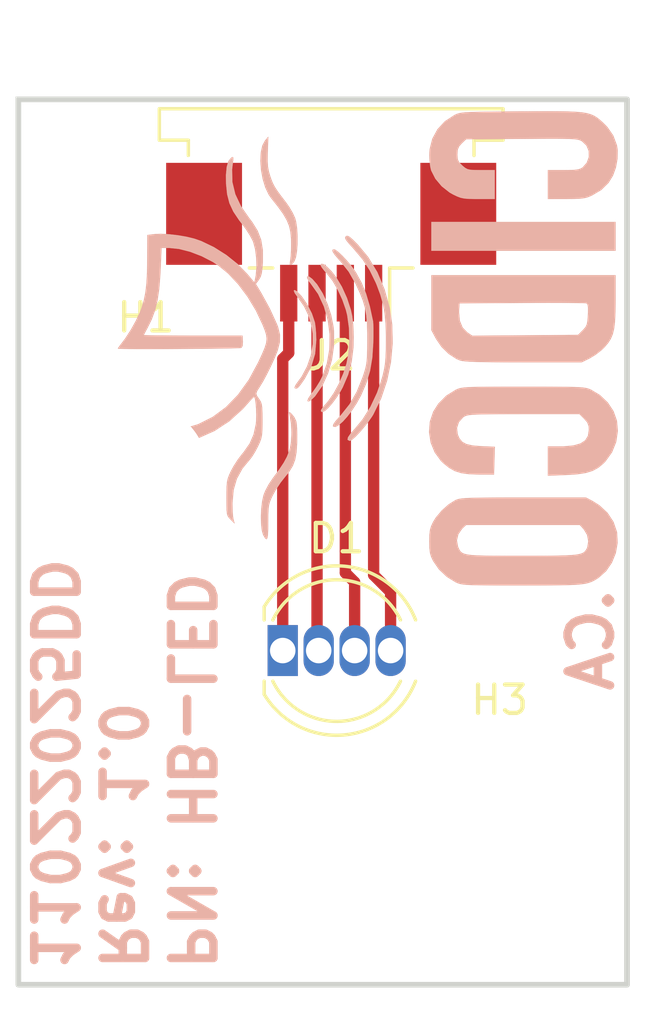
<source format=kicad_pcb>
(kicad_pcb (version 20240108) (generator "pcbnew") (generator_version "8.0")
  (layers (0 "F.Cu" signal) (31 "B.Cu" signal) (34 "B.Paste" user) (35 "F.Paste" user) (36 "B.SilkS" user "B.Silkscreen") (37 "F.SilkS" user "F.Silkscreen") (38 "B.Mask" user) (39 "F.Mask" user) (44 "Edge.Cuts" user))
  (net 0 "")
  (net 2 "Net-(D1-A)")
  (net 3 "Net-(D1-RK)")
  (net 4 "Net-(D1-BK)")
  (net 5 "Net-(D1-GK)")
  (footprint "LED_THT:LED_D5.0mm-4_RGB" (layer "F.Cu") (at 98.338551 99.954948)
    (property "Reference" "D1" (at 1.905 -3.96 0) (layer "F.SilkS"))
    (property "Value" "LED_ABGR")
    (fp_line (start -0.655 -1.545) (end -0.655 -1.08) (stroke (width 0.12)) (layer "F.SilkS"))
    (fp_line (start -0.655 1.08) (end -0.655 1.545) (stroke (width 0.12)) (layer "F.SilkS"))
    (fp_arc (start -0.655 -1.54483) (mid 2.163456 -2.978809) (end 4.692815 -1.080827) (stroke (width 0.12)) (layer "F.SilkS"))
    (fp_arc (start -0.349684 -1.08) (mid 1.904762 -2.5) (end 4.159479 -1.080429) (stroke (width 0.12)) (layer "F.SilkS"))
    (fp_arc (start 4.159479 1.080429) (mid 1.904762 2.5) (end -0.349684 1.08) (stroke (width 0.12)) (layer "F.SilkS"))
    (fp_arc (start 4.692815 1.080827) (mid 2.163456 2.978808) (end -0.655 1.54483) (stroke (width 0.12)) (layer "F.SilkS"))
    (pad "1" thru_hole rect (at 0 0) (size 1.07 1.8) (drill 0.9) (layers "*.Cu" "*.Mask") (net 2 "Net-(D1-A)"))
    (pad "2" thru_hole oval (at 1.27 0) (size 1.07 1.8) (drill 0.9) (layers "*.Cu" "*.Mask") (net 4 "Net-(D1-BK)"))
    (pad "3" thru_hole oval (at 2.54 0) (size 1.07 1.8) (drill 0.9) (layers "*.Cu" "*.Mask") (net 5 "Net-(D1-GK)"))
    (pad "4" thru_hole oval (at 3.81 0) (size 1.07 1.8) (drill 0.9) (layers "*.Cu" "*.Mask") (net 3 "Net-(D1-RK)"))
  )
  (footprint "Connector_FFC-FPC:TE_84952-4_1x04-1MP_P1.0mm_Horizontal" (layer "F.Cu") (at 100.05 85.54 180)
    (property "Reference" "J2" (at 0 -4 0) (layer "F.SilkS"))
    (property "Value" "Conn_01x04_MountingPin")
    (fp_line (start 6.07 4.71) (end -6.07 4.71) (stroke (width 0.12)) (layer "F.SilkS"))
    (fp_line (start 6.07 3.6) (end 6.07 4.71) (stroke (width 0.12)) (layer "F.SilkS"))
    (fp_line (start 5.045 3.6) (end 6.07 3.6) (stroke (width 0.12)) (layer "F.SilkS"))
    (fp_line (start 5.045 3.06) (end 5.045 3.6) (stroke (width 0.12)) (layer "F.SilkS"))
    (fp_line (start 2.065 -0.91) (end 2.89 -0.91) (stroke (width 0.12)) (layer "F.SilkS"))
    (fp_line (start -2.065 -0.91) (end -2.065 -2.71) (stroke (width 0.12)) (layer "F.SilkS"))
    (fp_line (start -2.89 -0.91) (end -2.065 -0.91) (stroke (width 0.12)) (layer "F.SilkS"))
    (fp_line (start -5.045 3.6) (end -5.045 3.06) (stroke (width 0.12)) (layer "F.SilkS"))
    (fp_line (start -6.07 4.71) (end -6.07 3.6) (stroke (width 0.12)) (layer "F.SilkS"))
    (fp_line (start -6.07 3.6) (end -5.045 3.6) (stroke (width 0.12)) (layer "F.SilkS"))
    (pad "1" smd rect (at -1.5 -1.8 180) (size 0.61 2) (layers "F.Cu" "F.Paste" "F.Mask") (net 3 "Net-(D1-RK)"))
    (pad "2" smd rect (at -0.5 -1.8 180) (size 0.61 2) (layers "F.Cu" "F.Paste" "F.Mask") (net 5 "Net-(D1-GK)"))
    (pad "3" smd rect (at 0.5 -1.8 180) (size 0.61 2) (layers "F.Cu" "F.Paste" "F.Mask") (net 4 "Net-(D1-BK)"))
    (pad "4" smd rect (at 1.5 -1.8 180) (size 0.61 2) (layers "F.Cu" "F.Paste" "F.Mask") (net 2 "Net-(D1-A)"))
    (pad "MP" smd rect (at -4.49 1 180) (size 2.68 3.6) (layers "F.Cu" "F.Paste" "F.Mask"))
    (pad "MP" smd rect (at 4.49 1 180) (size 2.68 3.6) (layers "F.Cu" "F.Paste" "F.Mask"))
  )
  (footprint "MountingHole:MountingHole_4.3mm_M4" (layer "F.Cu") (at 93.5 93.5)
    (property "Reference" "H1" (at 0 -5.3 0) (layer "F.SilkS"))
    (property "Value" "MountingHole")
    (pad "" np_thru_hole circle (at 0 0) (size 4.3 4.3) (drill 4.3) (layers "*.Cu" "*.Mask"))
  )
  (footprint "MountingHole:MountingHole_4.3mm_M4" (layer "F.Cu") (at 106 107)
    (property "Reference" "H3" (at 0 -5.3 0) (layer "F.SilkS"))
    (property "Value" "MountingHole")
    (pad "" np_thru_hole circle (at 0 0) (size 4.3 4.3) (drill 4.3) (layers "*.Cu" "*.Mask"))
  )
  (footprint "cidco:logo cidco" (layer "B.Cu") (at 101 89.5 -90)
    (property "Reference" "logo1" (hide yes))
    (property "Value" "LOGO" (hide yes))
    (fp_poly (pts (xy -3.6576 -9.0932) (xy -4.6736 -9.0932) (xy -4.6736 -2.5908) (xy -3.6576 -2.5908) (xy -3.6576 -9.0932)) (stroke (width 0.01)) (fill solid) (layer "B.SilkS"))
    (fp_poly (pts (xy -2.589766 1.743636) (xy -2.520202 1.688133) (xy -2.131138 1.411259) (xy -1.684284 1.203647) (xy -1.197743 1.067014) (xy -0.68962 1.003073) (xy -0.178017 1.013542) (xy 0.318962 1.100134) (xy 0.783212 1.264565) (xy 0.9652 1.357884) (xy 1.149694 1.473243) (xy 1.342833 1.609605) (xy 1.406314 1.658851) (xy 1.554696 1.76072) (xy 1.64262 1.788508) (xy 1.665176 1.753201) (xy 1.617456 1.665787) (xy 1.494553 1.537253) (xy 1.470197 1.515853) (xy 1.101817 1.259726) (xy 0.66655 1.059845) (xy 0.185582 0.921803) (xy -0.319901 0.851189) (xy -0.828716 0.853594) (xy -0.979267 0.869445) (xy -1.384167 0.9503) (xy -1.78443 1.081527) (xy -2.154472 1.251757) (xy -2.468706 1.449622) (xy -2.658466 1.615673) (xy -2.74559 1.730294) (xy -2.754244 1.794511) (xy -2.697834 1.8013) (xy -2.589766 1.743636)) (stroke (width 0.01)) (fill solid) (layer "B.SilkS"))
    (fp_poly (pts (xy -2.163994 2.23595) (xy -2.044681 2.152171) (xy -1.689551 1.904869) (xy -1.337331 1.736325) (xy -0.952251 1.631352) (xy -0.740935 1.598544) (xy -0.367415 1.595138) (xy 0.032269 1.666059) (xy 0.426854 1.801823) (xy 0.785076 1.992945) (xy 0.945565 2.110206) (xy 1.074396 2.202976) (xy 1.164947 2.243191) (xy 1.193412 2.235827) (xy 1.209236 2.185588) (xy 1.183447 2.130208) (xy 1.103001 2.056003) (xy 0.954851 1.949289) (xy 0.857834 1.88382) (xy 0.431789 1.653982) (xy -0.019116 1.519958) (xy -0.507222 1.478131) (xy -0.526052 1.478303) (xy -0.750503 1.486483) (xy -0.961483 1.503372) (xy -1.117802 1.525539) (xy -1.132918 1.528853) (xy -1.442722 1.633623) (xy -1.762276 1.794939) (xy -2.041939 1.986915) (xy -2.090411 2.028217) (xy -2.216299 2.155852) (xy -2.268078 2.239652) (xy -2.249419 2.269668) (xy -2.163994 2.23595)) (stroke (width 0.01)) (fill solid) (layer "B.SilkS"))
    (fp_poly (pts (xy -3.077662 1.288242) (xy -2.965636 1.20308) (xy -2.836699 1.089538) (xy -2.590548 0.899375) (xy -2.275737 0.715421) (xy -1.924751 0.553466) (xy -1.570075 0.429301) (xy -1.380979 0.381958) (xy -0.936998 0.320908) (xy -0.461453 0.30907) (xy 0.001775 0.345814) (xy 0.321066 0.406464) (xy 0.670861 0.518399) (xy 1.030527 0.674742) (xy 1.36681 0.858611) (xy 1.646455 1.053128) (xy 1.72092 1.117033) (xy 1.875331 1.250117) (xy 1.97231 1.310614) (xy 2.02121 1.302501) (xy 2.032 1.249308) (xy 1.990699 1.163107) (xy 1.879057 1.04233) (xy 1.715461 0.901893) (xy 1.5183 0.756714) (xy 1.30596 0.62171) (xy 1.160861 0.542614) (xy 0.713353 0.350764) (xy 0.258633 0.22723) (xy -0.233488 0.165389) (xy -0.605027 0.155198) (xy -1.018403 0.169712) (xy -1.360176 0.210798) (xy -1.567607 0.255901) (xy -1.985403 0.392332) (xy -2.384625 0.573037) (xy -2.734755 0.782732) (xy -2.939152 0.942931) (xy -3.095419 1.09822) (xy -3.183342 1.21868) (xy -3.198296 1.295701) (xy -3.142169 1.3208) (xy -3.077662 1.288242)) (stroke (width 0.01)) (fill solid) (layer "B.SilkS"))
    (fp_poly (pts (xy -6.508434 3.426224) (xy -6.188231 3.36781) (xy -5.889063 3.276449) (xy -5.633397 3.15446) (xy -5.518149 3.074081) (xy -5.211167 2.830305) (xy -4.957335 2.648413) (xy -4.736719 2.519713) (xy -4.529383 2.43551) (xy -4.315393 2.387112) (xy -4.074816 2.365825) (xy -3.8862 2.3624) (xy -3.662997 2.366606) (xy -3.463592 2.377995) (xy -3.320864 2.394424) (xy -3.2893 2.401268) (xy -3.180792 2.414542) (xy -3.15367 2.379354) (xy -3.208124 2.308313) (xy -3.287018 2.249103) (xy -3.425768 2.196273) (xy -3.637849 2.160064) (xy -3.89629 2.140902) (xy -4.174121 2.139216) (xy -4.44437 2.155432) (xy -4.680068 2.189978) (xy -4.809212 2.224993) (xy -4.990343 2.307688) (xy -5.198276 2.429162) (xy -5.361628 2.54351) (xy -5.595103 2.723001) (xy -5.77101 2.851619) (xy -5.910811 2.942337) (xy -6.035971 3.008128) (xy -6.167955 3.061966) (xy -6.288334 3.103637) (xy -6.464451 3.155404) (xy -6.631996 3.185431) (xy -6.824934 3.197206) (xy -7.07723 3.194222) (xy -7.146526 3.191841) (xy -7.68029 3.172083) (xy -7.550203 3.283979) (xy -7.370554 3.380567) (xy -7.122064 3.434923) (xy -6.827201 3.449369) (xy -6.508434 3.426224)) (stroke (width 0.01)) (fill solid) (layer "B.SilkS"))
    (fp_poly (pts (xy 5.992108 3.423459) (xy 6.21543 3.398371) (xy 6.368557 3.354356) (xy 6.371648 3.3528) (xy 6.484935 3.28702) (xy 6.526114 3.239024) (xy 6.489021 3.206328) (xy 6.367493 3.186444) (xy 6.155368 3.176887) (xy 5.930846 3.175) (xy 5.66454 3.173564) (xy 5.473179 3.16629) (xy 5.330114 3.14873) (xy 5.208699 3.116437) (xy 5.082288 3.064962) (xy 4.9784 3.016023) (xy 4.756731 2.892326) (xy 4.522649 2.735679) (xy 4.368919 2.615125) (xy 4.139972 2.431407) (xy 3.930733 2.303806) (xy 3.712205 2.221963) (xy 3.455393 2.175522) (xy 3.131301 2.154128) (xy 3.0734 2.152393) (xy 2.828145 2.150575) (xy 2.605481 2.157366) (xy 2.434262 2.171427) (xy 2.358068 2.185596) (xy 2.212216 2.256166) (xy 2.104068 2.344008) (xy 2.03978 2.421117) (xy 2.049719 2.439905) (xy 2.1336 2.420079) (xy 2.429619 2.36757) (xy 2.769116 2.3497) (xy 3.09948 2.368107) (xy 3.218941 2.386306) (xy 3.419301 2.435569) (xy 3.614139 2.511362) (xy 3.823233 2.624408) (xy 4.066361 2.785427) (xy 4.363301 3.005139) (xy 4.369969 3.01024) (xy 4.585562 3.155347) (xy 4.81363 3.277156) (xy 4.971749 3.339859) (xy 5.188412 3.38782) (xy 5.449855 3.417918) (xy 5.727335 3.429886) (xy 5.992108 3.423459)) (stroke (width 0.01)) (fill solid) (layer "B.SilkS"))
    (fp_poly (pts (xy -4.071452 0.445199) (xy -3.983168 0.385336) (xy -3.847518 0.268458) (xy -3.734498 0.164655) (xy -3.350045 -0.159658) (xy -2.960493 -0.415117) (xy -2.524933 -0.627949) (xy -2.448863 -0.659545) (xy -2.104749 -0.787467) (xy -1.778372 -0.879531) (xy -1.442291 -0.940294) (xy -1.069066 -0.974312) (xy -0.631257 -0.986141) (xy -0.4826 -0.98604) (xy -0.151522 -0.982107) (xy 0.104793 -0.972675) (xy 0.313145 -0.954949) (xy 0.500336 -0.926133) (xy 0.693166 -0.883431) (xy 0.823466 -0.849782) (xy 1.349212 -0.674218) (xy 1.847456 -0.44009) (xy 2.292617 -0.160951) (xy 2.598722 0.090726) (xy 2.792186 0.261862) (xy 2.928205 0.354486) (xy 3.011365 0.37055) (xy 3.046255 0.312005) (xy 3.048 0.281874) (xy 3.009397 0.206625) (xy 2.905545 0.088876) (xy 2.754375 -0.055534) (xy 2.573817 -0.210768) (xy 2.381803 -0.360985) (xy 2.196265 -0.490348) (xy 2.121643 -0.536378) (xy 1.555472 -0.814206) (xy 0.932898 -1.023191) (xy 0.275156 -1.160023) (xy -0.396517 -1.221394) (xy -1.060886 -1.203994) (xy -1.6256 -1.120265) (xy -2.292684 -0.935614) (xy -2.898365 -0.679579) (xy -3.436084 -0.355459) (xy -3.877894 0.012421) (xy -4.041423 0.176097) (xy -4.139165 0.287384) (xy -4.181415 0.361232) (xy -4.178467 0.412587) (xy -4.166203 0.431075) (xy -4.127441 0.457345) (xy -4.071452 0.445199)) (stroke (width 0.01)) (fill solid) (layer "B.SilkS"))
    (fp_poly (pts (xy -3.623706 0.89718) (xy -3.507933 0.819976) (xy -3.334406 0.670537) (xy -3.269024 0.610077) (xy -2.917166 0.330415) (xy -2.495575 0.089634) (xy -2.475151 0.079718) (xy -2.16444 -0.064065) (xy -1.896482 -0.17021) (xy -1.645229 -0.244094) (xy -1.384632 -0.29109) (xy -1.088643 -0.316574) (xy -0.731215 -0.325919) (xy -0.508 -0.326167) (xy -0.192649 -0.323929) (xy 0.044579 -0.318292) (xy 0.227159 -0.306296) (xy 0.378564 -0.284982) (xy 0.522271 -0.251391) (xy 0.681755 -0.202563) (xy 0.80787 -0.160276) (xy 1.320268 0.046983) (xy 1.761137 0.300235) (xy 2.155614 0.614204) (xy 2.198342 0.65411) (xy 2.361133 0.799833) (xy 2.46958 0.874522) (xy 2.534529 0.885068) (xy 2.547779 0.876141) (xy 2.560354 0.798318) (xy 2.496725 0.681845) (xy 2.369296 0.53778) (xy 2.190474 0.377179) (xy 1.972665 0.211098) (xy 1.728275 0.050596) (xy 1.469709 -0.093273) (xy 1.4478 -0.104219) (xy 1.013271 -0.292918) (xy 0.5799 -0.422628) (xy 0.115626 -0.500794) (xy -0.4064 -0.534723) (xy -0.661941 -0.539275) (xy -0.890431 -0.539475) (xy -1.067182 -0.535555) (xy -1.167505 -0.527747) (xy -1.1684 -0.527583) (xy -1.694511 -0.414008) (xy -2.140308 -0.282256) (xy -2.526513 -0.12484) (xy -2.873847 0.065727) (xy -2.954569 0.117787) (xy -3.131093 0.246507) (xy -3.311271 0.397024) (xy -3.476861 0.551639) (xy -3.609623 0.692651) (xy -3.691317 0.802362) (xy -3.7084 0.849259) (xy -3.688327 0.905743) (xy -3.623706 0.89718)) (stroke (width 0.01)) (fill solid) (layer "B.SilkS"))
    (fp_poly (pts (xy -0.545585 -2.754342) (xy -0.262685 -2.948152) (xy -0.018649 -3.197519) (xy 0.161009 -3.474175) (xy 0.211721 -3.593374) (xy 0.229717 -3.668032) (xy 0.244485 -3.786284) (xy 0.256277 -3.956491) (xy 0.265345 -4.187012) (xy 0.271938 -4.486205) (xy 0.276311 -4.862429) (xy 0.278713 -5.324045) (xy 0.2794 -5.842) (xy 0.2794 -7.8994) (xy 0.139081 -8.185126) (xy 0.019982 -8.381955) (xy -0.137818 -8.585658) (xy -0.248347 -8.701996) (xy -0.396245 -8.828706) (xy -0.54511 -8.925331) (xy -0.711491 -8.995756) (xy -0.911936 -9.043868) (xy -1.162991 -9.073553) (xy -1.481206 -9.088696) (xy -1.883128 -9.093184) (xy -1.914221 -9.0932) (xy -2.794 -9.0932) (xy -2.794 -6.692699) (xy -1.819742 -6.692699) (xy -1.819397 -7.087277) (xy -1.817877 -7.430081) (xy -1.815245 -7.710366) (xy -1.811561 -7.917386) (xy -1.80689 -8.040397) (xy -1.803429 -8.070025) (xy -1.761344 -8.106408) (xy -1.659379 -8.123521) (xy -1.4802 -8.123486) (xy -1.396464 -8.119838) (xy -1.194874 -8.105992) (xy -1.062538 -8.082117) (xy -0.96711 -8.037291) (xy -0.876249 -7.960591) (xy -0.85089 -7.935587) (xy -0.6858 -7.770551) (xy -0.671342 -5.901996) (xy -0.656884 -4.033442) (xy -0.7748 -3.858221) (xy -0.947702 -3.690389) (xy -1.190809 -3.591573) (xy -1.497532 -3.564258) (xy -1.547648 -3.566424) (xy -1.8034 -3.5814) (xy -1.816655 -5.7912) (xy -1.818849 -6.257091) (xy -1.819742 -6.692699) (xy -2.794 -6.692699) (xy -2.794 -2.5908) (xy -0.852422 -2.5908) (xy -0.545585 -2.754342)) (stroke (width 0.01)) (fill solid) (layer "B.SilkS"))
    (fp_poly (pts (xy 3.114694 -2.565734) (xy 3.458793 -2.706545) (xy 3.7595 -2.926293) (xy 3.836579 -3.005194) (xy 4.004168 -3.212971) (xy 4.11969 -3.418833) (xy 4.191659 -3.648947) (xy 4.228588 -3.929482) (xy 4.238876 -4.2418) (xy 4.2418 -4.8006) (xy 3.752636 -4.815065) (xy 3.263473 -4.829531) (xy 3.242315 -4.345782) (xy 3.218251 -4.047518) (xy 3.170389 -3.832229) (xy 3.089887 -3.682392) (xy 2.967897 -3.580489) (xy 2.824574 -3.518335) (xy 2.600056 -3.492415) (xy 2.391145 -3.559343) (xy 2.22155 -3.710688) (xy 2.201051 -3.740022) (xy 2.177393 -3.782197) (xy 2.158111 -3.836097) (xy 2.142762 -3.911805) (xy 2.130902 -4.019403) (xy 2.12209 -4.168974) (xy 2.115879 -4.3706) (xy 2.111829 -4.634363) (xy 2.109495 -4.970346) (xy 2.108433 -5.38863) (xy 2.1082 -5.851488) (xy 2.1082 -7.821246) (xy 2.274276 -7.987323) (xy 2.404996 -8.097637) (xy 2.534197 -8.145208) (xy 2.663884 -8.1534) (xy 2.874607 -8.122318) (xy 3.034634 -8.024616) (xy 3.14778 -7.853607) (xy 3.217861 -7.602608) (xy 3.248692 -7.264931) (xy 3.250916 -7.1247) (xy 3.2512 -6.7056) (xy 4.280685 -6.7056) (xy 4.256436 -7.3533) (xy 4.231677 -7.738332) (xy 4.185139 -8.042832) (xy 4.109915 -8.286775) (xy 3.999098 -8.490133) (xy 3.845781 -8.672881) (xy 3.777306 -8.738899) (xy 3.455339 -8.969779) (xy 3.090799 -9.116592) (xy 2.703569 -9.173741) (xy 2.344255 -9.142291) (xy 2.006401 -9.022908) (xy 1.6976 -8.817589) (xy 1.435976 -8.541408) (xy 1.249967 -8.23218) (xy 1.223929 -8.172608) (xy 1.202496 -8.110368) (xy 1.185222 -8.035463) (xy 1.171657 -7.937891) (xy 1.161355 -7.807654) (xy 1.153868 -7.634751) (xy 1.148749 -7.409184) (xy 1.145551 -7.120952) (xy 1.143825 -6.760055) (xy 1.143124 -6.316495) (xy 1.143 -5.842) (xy 1.143152 -5.316342) (xy 1.143911 -4.882272) (xy 1.145732 -4.529778) (xy 1.149069 -4.248848) (xy 1.154375 -4.029469) (xy 1.162105 -3.861629) (xy 1.172712 -3.735316) (xy 1.186652 -3.640519) (xy 1.204378 -3.567224) (xy 1.226344 -3.50542) (xy 1.251576 -3.448181) (xy 1.459462 -3.113923) (xy 1.74112 -2.834454) (xy 2.023844 -2.655812) (xy 2.377039 -2.536478) (xy 2.747383 -2.507748) (xy 3.114694 -2.565734)) (stroke (width 0.01)) (fill solid) (layer "B.SilkS"))
    (fp_poly (pts (xy 6.836893 -2.520919) (xy 7.005153 -2.540397) (xy 7.145475 -2.58165) (xy 7.293023 -2.651066) (xy 7.591002 -2.857483) (xy 7.851442 -3.133464) (xy 8.044396 -3.447258) (xy 8.044823 -3.448181) (xy 8.071533 -3.509062) (xy 8.093463 -3.571928) (xy 8.111083 -3.646938) (xy 8.124865 -3.744251) (xy 8.135279 -3.874023) (xy 8.142795 -4.046415) (xy 8.147886 -4.271583) (xy 8.15102 -4.559687) (xy 8.15267 -4.920884) (xy 8.153305 -5.365332) (xy 8.1534 -5.7912) (xy 8.153136 -6.334825) (xy 8.151662 -6.787158) (xy 8.147949 -7.158508) (xy 8.140973 -7.459182) (xy 8.129706 -7.699489) (xy 8.113122 -7.889736) (xy 8.090195 -8.040231) (xy 8.059897 -8.161284) (xy 8.021203 -8.2632) (xy 7.973086 -8.35629) (xy 7.91452 -8.45086) (xy 7.883903 -8.497522) (xy 7.653471 -8.758885) (xy 7.356013 -8.963541) (xy 7.014232 -9.102441) (xy 6.650831 -9.166535) (xy 6.288512 -9.146777) (xy 6.265862 -9.142439) (xy 5.911863 -9.02098) (xy 5.594074 -8.810829) (xy 5.325415 -8.52219) (xy 5.174286 -8.2804) (xy 5.0546 -8.0518) (xy 5.0546 -5.842) (xy 5.054882 -5.305531) (xy 5.055974 -4.861004) (xy 5.05824 -4.49876) (xy 5.062046 -4.209144) (xy 5.067759 -3.982497) (xy 5.075327 -3.818185) (xy 6.0198 -3.818185) (xy 6.0198 -7.831534) (xy 6.185701 -7.979767) (xy 6.376529 -8.091725) (xy 6.597654 -8.133259) (xy 6.809957 -8.098809) (xy 6.860813 -8.075694) (xy 6.921915 -8.039243) (xy 6.972225 -7.995066) (xy 7.012788 -7.933598) (xy 7.044652 -7.845276) (xy 7.068863 -7.720537) (xy 7.086466 -7.549817) (xy 7.098508 -7.323553) (xy 7.106035 -7.03218) (xy 7.110094 -6.666135) (xy 7.111731 -6.215854) (xy 7.112 -5.779626) (xy 7.111909 -5.261409) (xy 7.110696 -4.835128) (xy 7.106942 -4.491122) (xy 7.099234 -4.219727) (xy 7.086155 -4.011281) (xy 7.066289 -3.85612) (xy 7.038222 -3.744582) (xy 7.000537 -3.667005) (xy 6.951819 -3.613724) (xy 6.890651 -3.575078) (xy 6.81562 -3.541404) (xy 6.782044 -3.527428) (xy 6.566845 -3.489239) (xy 6.348471 -3.540575) (xy 6.155237 -3.674365) (xy 6.143027 -3.687015) (xy 6.0198 -3.818185) (xy 5.075327 -3.818185) (xy 5.075743 -3.809161) (xy 5.086364 -3.679479) (xy 5.099989 -3.583794) (xy 5.116982 -3.512448) (xy 5.137709 -3.455784) (xy 5.145614 -3.438271) (xy 5.297589 -3.195197) (xy 5.513241 -2.953715) (xy 5.759791 -2.747338) (xy 5.91616 -2.650466) (xy 6.064595 -2.580814) (xy 6.205081 -2.539964) (xy 6.374251 -2.520754) (xy 6.604 -2.516025) (xy 6.836893 -2.520919)) (stroke (width 0.01)) (fill solid) (layer "B.SilkS"))
    (fp_poly (pts (xy -6.82227 -2.526856) (xy -6.62014 -2.552596) (xy -6.488975 -2.583703) (xy -6.200961 -2.730773) (xy -5.934263 -2.954901) (xy -5.715512 -3.231683) (xy -5.644378 -3.357686) (xy -5.575097 -3.502796) (xy -5.52969 -3.625248) (xy -5.503145 -3.753348) (xy -5.490449 -3.915404) (xy -5.486592 -4.139721) (xy -5.4864 -4.249913) (xy -5.4864 -4.826) (xy -6.5024 -4.826) (xy -6.5024 -4.345167) (xy -6.50404 -4.118928) (xy -6.5132 -3.967633) (xy -6.536244 -3.864631) (xy -6.579533 -3.783274) (xy -6.649429 -3.69691) (xy -6.660063 -3.684767) (xy -6.774106 -3.5709) (xy -6.882431 -3.518683) (xy -7.035505 -3.505284) (xy -7.056959 -3.5052) (xy -7.224569 -3.517678) (xy -7.342687 -3.568599) (xy -7.445396 -3.660884) (xy -7.5946 -3.816569) (xy -7.608078 -5.781784) (xy -7.611298 -6.281632) (xy -7.613151 -6.69012) (xy -7.61322 -7.017484) (xy -7.611091 -7.273961) (xy -7.606346 -7.469786) (xy -7.59857 -7.615195) (xy -7.587347 -7.720424) (xy -7.57226 -7.795709) (xy -7.552894 -7.851286) (xy -7.528833 -7.897392) (xy -7.521608 -7.909332) (xy -7.371361 -8.06713) (xy -7.178421 -8.148592) (xy -6.967982 -8.152977) (xy -6.765238 -8.079539) (xy -6.602279 -7.936472) (xy -6.556841 -7.86481) (xy -6.527415 -7.773681) (xy -6.510738 -7.640892) (xy -6.503543 -7.444248) (xy -6.5024 -7.257549) (xy -6.5024 -6.7056) (xy -5.4864 -6.7056) (xy -5.486897 -7.3533) (xy -5.489134 -7.633197) (xy -5.497507 -7.835909) (xy -5.515255 -7.98581) (xy -5.545618 -8.107275) (xy -5.591838 -8.224675) (xy -5.607215 -8.258322) (xy -5.804118 -8.59103) (xy -6.051737 -8.843055) (xy -6.310278 -9.003309) (xy -6.594075 -9.106311) (xy -6.909334 -9.163088) (xy -7.213165 -9.168073) (xy -7.37949 -9.142094) (xy -7.725987 -9.012338) (xy -8.029496 -8.801321) (xy -8.189181 -8.641975) (xy -8.281505 -8.53704) (xy -8.358447 -8.439028) (xy -8.421335 -8.33793) (xy -8.471496 -8.223737) (xy -8.510258 -8.086438) (xy -8.53895 -7.916026) (xy -8.558897 -7.70249) (xy -8.571429 -7.435821) (xy -8.577873 -7.106011) (xy -8.579556 -6.703049) (xy -8.577805 -6.216927) (xy -8.574646 -5.73591) (xy -8.570845 -5.217905) (xy -8.567077 -4.791361) (xy -8.562787 -4.446142) (xy -8.557421 -4.172111) (xy -8.550424 -3.959132) (xy -8.541241 -3.797067) (xy -8.529318 -3.675781) (xy -8.514101 -3.585136) (xy -8.495034 -3.514995) (xy -8.471563 -3.455223) (xy -8.447048 -3.4036) (xy -8.229272 -3.069449) (xy -7.946739 -2.807023) (xy -7.612041 -2.624233) (xy -7.237769 -2.528994) (xy -7.0358 -2.516682) (xy -6.82227 -2.526856)) (stroke (width 0.01)) (fill solid) (layer "B.SilkS"))
    (fp_poly (pts (xy -0.198914 8.434948) (xy -0.194779 8.29734) (xy -0.191849 8.083465) (xy -0.190049 7.805984) (xy -0.189309 7.477561) (xy -0.189554 7.110856) (xy -0.190711 6.718531) (xy -0.192709 6.313249) (xy -0.195474 5.907672) (xy -0.198933 5.514461) (xy -0.203014 5.146279) (xy -0.207643 4.815787) (xy -0.212749 4.535647) (xy -0.218257 4.318521) (xy -0.224095 4.177072) (xy -0.229396 4.125396) (xy -0.296806 4.080731) (xy -0.4469 4.071311) (xy -0.456414 4.071828) (xy -0.6604 4.083864) (xy -0.6604 5.826532) (xy -0.660933 6.235836) (xy -0.662447 6.610951) (xy -0.664816 6.940263) (xy -0.667912 7.212162) (xy -0.67161 7.415036) (xy -0.675783 7.537272) (xy -0.679402 7.5692) (xy -0.730744 7.546567) (xy -0.841153 7.488703) (xy -0.923262 7.443525) (xy -1.228585 7.291621) (xy -1.546453 7.174639) (xy -1.896904 7.088046) (xy -2.299975 7.027313) (xy -2.775704 6.987906) (xy -2.9845 6.977372) (xy -3.7592 6.943853) (xy -3.7592 6.683) (xy -3.723333 6.327275) (xy -3.622465 5.931759) (xy -3.466697 5.525086) (xy -3.266131 5.135892) (xy -3.148301 4.951112) (xy -2.850863 4.587452) (xy -2.471433 4.232797) (xy -2.029464 3.901734) (xy -1.54441 3.608853) (xy -1.040905 3.370847) (xy -0.845418 3.293837) (xy -0.68842 3.245457) (xy -0.54838 3.228269) (xy -0.403768 3.244836) (xy -0.233054 3.29772) (xy -0.014706 3.389483) (xy 0.272806 3.522688) (xy 0.285628 3.528716) (xy 0.899269 3.861645) (xy 1.425282 4.241586) (xy 1.862597 4.667193) (xy 2.21014 5.137123) (xy 2.466838 5.650028) (xy 2.631619 6.204564) (xy 2.683783 6.536738) (xy 2.702191 6.757296) (xy 2.709745 6.965399) (xy 2.705 7.11872) (xy 2.704 7.127725) (xy 2.680578 7.32125) (xy 3.175 7.2898) (xy 3.167267 6.844709) (xy 3.107299 6.221485) (xy 2.951202 5.627664) (xy 2.701534 5.068491) (xy 2.360853 4.549209) (xy 1.931717 4.075062) (xy 1.72711 3.891814) (xy 1.602657 3.782588) (xy 1.519809 3.701484) (xy 1.496949 3.667718) (xy 1.573264 3.639537) (xy 1.722686 3.616717) (xy 1.916785 3.600983) (xy 2.127133 3.594061) (xy 2.325303 3.597677) (xy 2.456886 3.609446) (xy 2.828101 3.690386) (xy 3.146546 3.828818) (xy 3.451376 4.042625) (xy 3.505319 4.088325) (xy 3.707649 4.243522) (xy 3.944071 4.396357) (xy 4.1148 4.489223) (xy 4.260306 4.55656) (xy 4.382433 4.601608) (xy 4.507877 4.62883) (xy 4.663339 4.642687) (xy 4.875515 4.647641) (xy 5.066077 4.6482) (xy 5.326835 4.647409) (xy 5.506659 4.642453) (xy 5.626214 4.62946) (xy 5.706165 4.604556) (xy 5.767177 4.563867) (xy 5.828077 4.505387) (xy 5.969 4.362573) (xy 5.8166 4.403787) (xy 5.694483 4.422308) (xy 5.50648 4.434667) (xy 5.288222 4.43876) (xy 5.2324 4.438235) (xy 4.782655 4.396914) (xy 4.389573 4.282236) (xy 4.031293 4.085319) (xy 3.7084 3.818908) (xy 3.597285 3.734659) (xy 3.430153 3.632256) (xy 3.2512 3.537908) (xy 3.102028 3.468747) (xy 2.977065 3.423073) (xy 2.848311 3.396038) (xy 2.687766 3.382797) (xy 2.467429 3.378505) (xy 2.328356 3.3782) (xy 2.068296 3.379991) (xy 1.887558 3.387632) (xy 1.763895 3.404525) (xy 1.67506 3.434075) (xy 1.598802 3.479684) (xy 1.581113 3.4925) (xy 1.466487 3.571866) (xy 1.383587 3.597412) (xy 1.294349 3.567875) (xy 1.16071 3.48199) (xy 1.155373 3.478364) (xy 0.963767 3.361348) (xy 0.710342 3.224548) (xy 0.428248 3.084279) (xy 0.150639 2.956853) (xy -0.089334 2.858585) (xy -0.144096 2.838919) (xy -0.433425 2.764152) (xy -0.692824 2.759916) (xy -0.965141 2.827488) (xy -1.0668 2.86644) (xy -1.615139 3.117657) (xy -2.168151 3.421058) (xy -2.195499 3.437439) (xy -2.485997 3.612211) (xy -2.636397 3.501015) (xy -2.731909 3.444458) (xy -2.852327 3.40655) (xy -3.023295 3.381751) (xy -3.267455 3.364678) (xy -3.684692 3.366168) (xy -4.040252 3.424243) (xy -4.36203 3.547545) (xy -4.677924 3.744711) (xy -4.8006 3.839487) (xy -5.228513 4.138324) (xy -5.653113 4.3385) (xy -6.081816 4.442385) (xy -6.522035 4.45235) (xy -6.666697 4.436068) (xy -6.842475 4.41245) (xy -6.936138 4.40771) (xy -6.96592 4.424863) (xy -6.95006 4.466921) (xy -6.941251 4.481438) (xy -6.825524 4.575787) (xy -6.619473 4.63749) (xy -6.329395 4.66532) (xy -6.0198 4.661338) (xy -5.650357 4.623408) (xy -5.334496 4.542347) (xy -5.039747 4.405419) (xy -4.733636 4.199887) (xy -4.622848 4.113437) (xy -4.418812 3.962823) (xy -4.204733 3.825918) (xy -4.017048 3.725407) (xy -3.962448 3.702307) (xy -3.70743 3.635029) (xy -3.397048 3.595906) (xy -3.074316 3.587704) (xy -2.782247 3.613187) (xy -2.729123 3.623017) (xy -2.537245 3.662721) (xy -2.837831 3.913885) (xy -3.184143 4.250824) (xy -3.505822 4.653653) (xy -3.783382 5.093099) (xy -3.997337 5.539891) (xy -4.082484 5.783664) (xy -4.149464 6.057793) (xy -4.203068 6.369947) (xy -4.239292 6.685753) (xy -4.254134 6.970838) (xy -4.245061 7.179699) (xy -4.212263 7.4422) (xy -3.338032 7.445876) (xy -2.878949 7.453671) (xy -2.500714 7.474676) (xy -2.183109 7.511704) (xy -1.905916 7.567569) (xy -1.648916 7.645085) (xy -1.499543 7.70172) (xy -1.192699 7.844476) (xy -0.865496 8.027136) (xy -0.56289 8.223413) (xy -0.407526 8.340265) (xy -0.295599 8.426696) (xy -0.219062 8.477749) (xy -0.204326 8.483627) (xy -0.198914 8.434948)) (stroke (width 0.01)) (fill solid) (layer "B.SilkS"))
  )
  (gr_rect (start 89 80.5) (end 110.5 111.75) (stroke (width 0.2)) (fill none) (layer "Edge.Cuts"))
  (gr_text "PN: HB-LED\nRev: 1.0\n11022025DD" (at 89.36 111.36 270) (layer "B.SilkS") (effects (font (size 1.5 1.5) (thickness 0.3) (bold yes)) (justify left bottom mirror)))
  (gr_text ".CA" (at 110.1 97.63 90) (layer "B.SilkS") (effects (font (size 1.5 1.5) (thickness 0.3) (bold yes)) (justify left bottom mirror)))
  (segment (start 98.338551 99.954948) (end 98.338551 89.661449) (width 0.4) (layer "F.Cu") (net 2))
  (segment (start 98.338551 89.661449) (end 98.55 89.45) (width 0.4) (layer "F.Cu") (net 2))
  (segment (start 98.55 89.45) (end 98.55 87.34) (width 0.4) (layer "F.Cu") (net 2))
  (segment (start 102.148551 97.887689) (end 102.148551 99.954948) (width 0.4) (layer "F.Cu") (net 3))
  (segment (start 101.55 97.289138) (end 102.148551 97.887689) (width 0.4) (layer "F.Cu") (net 3))
  (segment (start 101.55 87.34) (end 101.55 97.289138) (width 0.4) (layer "F.Cu") (net 3))
  (segment (start 99.55 87.34) (end 99.55 99.896397) (width 0.4) (layer "F.Cu") (net 4))
  (segment (start 99.55 99.896397) (end 99.608551 99.954948) (width 0.4) (layer "F.Cu") (net 4))
  (segment (start 100.55 97.212384) (end 100.878551 97.540935) (width 0.4) (layer "F.Cu") (net 5))
  (segment (start 100.55 87.34) (end 100.55 97.212384) (width 0.4) (layer "F.Cu") (net 5))
  (segment (start 100.878551 97.540935) (end 100.878551 99.954948) (width 0.4) (layer "F.Cu") (net 5))
)
</source>
